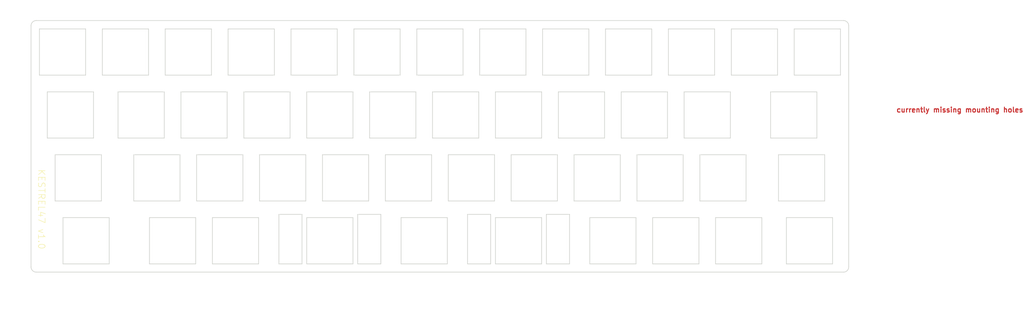
<source format=kicad_pcb>
(kicad_pcb (version 20211014) (generator pcbnew)

  (general
    (thickness 1.6)
  )

  (paper "A4")
  (layers
    (0 "F.Cu" signal)
    (31 "B.Cu" signal)
    (32 "B.Adhes" user "B.Adhesive")
    (33 "F.Adhes" user "F.Adhesive")
    (34 "B.Paste" user)
    (35 "F.Paste" user)
    (36 "B.SilkS" user "B.Silkscreen")
    (37 "F.SilkS" user "F.Silkscreen")
    (38 "B.Mask" user)
    (39 "F.Mask" user)
    (40 "Dwgs.User" user "User.Drawings")
    (41 "Cmts.User" user "User.Comments")
    (42 "Eco1.User" user "User.Eco1")
    (43 "Eco2.User" user "User.Eco2")
    (44 "Edge.Cuts" user)
    (45 "Margin" user)
    (46 "B.CrtYd" user "B.Courtyard")
    (47 "F.CrtYd" user "F.Courtyard")
    (48 "B.Fab" user)
    (49 "F.Fab" user)
    (50 "User.1" user)
    (51 "User.2" user)
    (52 "User.3" user)
    (53 "User.4" user)
    (54 "User.5" user)
    (55 "User.6" user)
    (56 "User.7" user)
    (57 "User.8" user)
    (58 "User.9" user)
  )

  (setup
    (pad_to_mask_clearance 0)
    (pcbplotparams
      (layerselection 0x00010fc_ffffffff)
      (disableapertmacros false)
      (usegerberextensions false)
      (usegerberattributes true)
      (usegerberadvancedattributes true)
      (creategerberjobfile true)
      (svguseinch false)
      (svgprecision 6)
      (excludeedgelayer true)
      (plotframeref false)
      (viasonmask false)
      (mode 1)
      (useauxorigin false)
      (hpglpennumber 1)
      (hpglpenspeed 20)
      (hpglpendiameter 15.000000)
      (dxfpolygonmode true)
      (dxfimperialunits true)
      (dxfusepcbnewfont true)
      (psnegative false)
      (psa4output false)
      (plotreference true)
      (plotvalue true)
      (plotinvisibletext false)
      (sketchpadsonfab false)
      (subtractmaskfromsilk false)
      (outputformat 1)
      (mirror false)
      (drillshape 1)
      (scaleselection 1)
      (outputdirectory "")
    )
  )

  (net 0 "")
  (net 1 "GND")

  (gr_line (start 170.5275 75.565) (end 156.5275 75.565) (layer "Edge.Cuts") (width 0.2) (tstamp 012b29ff-5cd7-4b68-b615-98419dc71ecd))
  (gr_line (start 142.24 56.515) (end 142.24 70.515) (layer "Edge.Cuts") (width 0.2) (tstamp 050901e8-3dbc-4c9d-aaa5-c7b6374045e3))
  (gr_line (start 244.63375 89.565) (end 258.63375 89.565) (layer "Edge.Cuts") (width 0.2) (tstamp 05b407c3-e2b5-4bd9-9abf-f32d6b5b5a37))
  (gr_line (start 171.9655 74.565) (end 171.9655 89.565) (layer "Edge.Cuts") (width 0.2) (tstamp 075adaeb-5025-43d7-9193-e6b82737fcd7))
  (gr_line (start 104.14 56.515) (end 104.14 70.515) (layer "Edge.Cuts") (width 0.2) (tstamp 0832fdbd-ebdf-4780-a812-75acae62b863))
  (gr_line (start 185.1025 89.565) (end 199.1025 89.565) (layer "Edge.Cuts") (width 0.2) (tstamp 090e9955-67ed-4e05-98f4-2e2c8d8b562a))
  (gr_line (start 42.2275 51.465) (end 56.2275 51.465) (layer "Edge.Cuts") (width 0.2) (tstamp 0aa9af47-290f-47bb-80e9-d7621fb06c7f))
  (gr_line (start 94.615 18.415) (end 94.615 32.415) (layer "Edge.Cuts") (width 0.2) (tstamp 0aba4e0d-9b13-4819-b384-0a0be6342042))
  (gr_line (start 184.815 32.415) (end 184.815 18.415) (layer "Edge.Cuts") (width 0.2) (tstamp 0b0f3d4d-b38a-44d5-a7ef-89de3d4b9de4))
  (gr_line (start 244.63375 75.565) (end 244.63375 89.565) (layer "Edge.Cuts") (width 0.2) (tstamp 0b850d8d-36cf-43b6-aa7e-3f7c0e047229))
  (gr_line (start 56.515 18.415) (end 56.515 32.415) (layer "Edge.Cuts") (width 0.2) (tstamp 0bc4f238-7366-4244-a48f-27a37fb774d7))
  (gr_line (start 51.465 18.415) (end 37.465 18.415) (layer "Edge.Cuts") (width 0.2) (tstamp 0c47038e-0ca6-4525-94bc-a807aca821d9))
  (gr_line (start 189.865 18.415) (end 189.865 32.415) (layer "Edge.Cuts") (width 0.2) (tstamp 0d10d486-7ba9-4724-a144-65a55541b3ad))
  (gr_line (start 258.63375 89.565) (end 258.63375 75.565) (layer "Edge.Cuts") (width 0.2) (tstamp 0e956d59-9b11-4613-bce3-783fb8f3ba45))
  (gr_line (start 66.04 56.515) (end 66.04 70.515) (layer "Edge.Cuts") (width 0.2) (tstamp 120fe73d-c31b-4c0c-9cd2-65112d019a3d))
  (gr_line (start 203.865 32.415) (end 203.865 18.415) (layer "Edge.Cuts") (width 0.2) (tstamp 12c327f2-bf51-4342-b708-d8318dfd8f01))
  (gr_line (start 218.44 56.515) (end 218.44 70.515) (layer "Edge.Cuts") (width 0.2) (tstamp 13f7ffd2-6021-4c45-8358-a25d46010e82))
  (gr_line (start 56.2275 51.465) (end 56.2275 37.465) (layer "Edge.Cuts") (width 0.2) (tstamp 144d874b-bd10-4645-8989-0d178006938f))
  (gr_line (start 85.09 70.515) (end 99.09 70.515) (layer "Edge.Cuts") (width 0.2) (tstamp 14d4828d-41bd-4a2a-b358-b8fa09759b42))
  (gr_line (start 32.415 18.415) (end 18.415 18.415) (layer "Edge.Cuts") (width 0.2) (tstamp 14ebdc5e-deeb-4119-99d4-722a9297e96e))
  (gr_line (start 60.99 70.515) (end 60.99 56.515) (layer "Edge.Cuts") (width 0.2) (tstamp 1521a5e0-d170-4545-89ab-5a31407f7da5))
  (gr_line (start 247.015 32.415) (end 261.015 32.415) (layer "Edge.Cuts") (width 0.2) (tstamp 16def771-e95c-4a17-ba47-a6b5132c9321))
  (gr_line (start 253.87125 51.465) (end 253.87125 37.465) (layer "Edge.Cuts") (width 0.2) (tstamp 192f1685-21b2-49bb-a0b8-9d9863f1a333))
  (gr_line (start 180.34 56.515) (end 180.34 70.515) (layer "Edge.Cuts") (width 0.2) (tstamp 19e78c2c-4434-4610-89d6-3c0d3d338958))
  (gr_line (start 118.14 70.515) (end 118.14 56.515) (layer "Edge.Cuts") (width 0.2) (tstamp 1bf414b8-b317-4339-ba97-c2b24432ccf6))
  (gr_arc (start 261.9375 15.875) (mid 263.060032 16.339968) (end 263.525 17.4625) (layer "Edge.Cuts") (width 0.2) (tstamp 20e841ac-27b1-4591-a05d-c6c3854d2829))
  (gr_line (start 123.19 56.515) (end 123.19 70.515) (layer "Edge.Cuts") (width 0.2) (tstamp 213de8b9-9007-489f-aa8c-dde4b0677a75))
  (gr_line (start 114.8155 74.565) (end 114.8155 89.565) (layer "Edge.Cuts") (width 0.2) (tstamp 21727d2b-363d-4735-958e-5c6994bbd778))
  (gr_line (start 170.5275 37.465) (end 156.5275 37.465) (layer "Edge.Cuts") (width 0.2) (tstamp 237d0669-271e-4326-b816-27731c1560f6))
  (gr_line (start 61.2775 51.465) (end 75.2775 51.465) (layer "Edge.Cuts") (width 0.2) (tstamp 257343bf-61a6-4d64-aead-8712239d495a))
  (gr_line (start 37.465 32.415) (end 51.465 32.415) (layer "Edge.Cuts") (width 0.2) (tstamp 28f278f8-798c-49b4-895a-b19c021a6260))
  (gr_line (start 84.8025 75.565) (end 70.8025 75.565) (layer "Edge.Cuts") (width 0.2) (tstamp 2d1a3e10-a501-4529-a6e2-29b31b5cb1a0))
  (gr_line (start 46.99 70.515) (end 60.99 70.515) (layer "Edge.Cuts") (width 0.2) (tstamp 2ead5670-fa9a-4959-96cf-a18fa11d7e5d))
  (gr_line (start 20.79625 37.465) (end 20.79625 51.465) (layer "Edge.Cuts") (width 0.2) (tstamp 2f156c63-b408-42e0-81df-89cd28c17845))
  (gr_line (start 156.5275 37.465) (end 156.5275 51.465) (layer "Edge.Cuts") (width 0.2) (tstamp 310eb809-b424-4cc2-8a66-ab56ffb3869a))
  (gr_line (start 113.3775 37.465) (end 99.3775 37.465) (layer "Edge.Cuts") (width 0.2) (tstamp 3353fe9f-aca5-42c9-ab74-d7cf96e9a983))
  (gr_line (start 194.6275 51.465) (end 208.6275 51.465) (layer "Edge.Cuts") (width 0.2) (tstamp 340dce18-9e21-4e22-9077-c83f303fb721))
  (gr_line (start 223.2025 75.565) (end 223.2025 89.565) (layer "Edge.Cuts") (width 0.2) (tstamp 344d0cad-ace6-4600-8845-43c36f9ab1ee))
  (gr_line (start 37.1775 56.515) (end 23.1775 56.515) (layer "Edge.Cuts") (width 0.2) (tstamp 38f5a1bc-dda2-4ace-be8f-3cd0d40e7c31))
  (gr_line (start 80.04 56.515) (end 66.04 56.515) (layer "Edge.Cuts") (width 0.2) (tstamp 3c856150-62b7-4334-ac5e-f9159faf2858))
  (gr_line (start 199.39 56.515) (end 199.39 70.515) (layer "Edge.Cuts") (width 0.2) (tstamp 3f171012-c81a-409c-840c-4232fbae7194))
  (gr_line (start 34.79625 51.465) (end 34.79625 37.465) (layer "Edge.Cuts") (width 0.2) (tstamp 40bc5322-b6d7-41ab-9da6-2340484ba95a))
  (gr_line (start 60.99 56.515) (end 46.99 56.515) (layer "Edge.Cuts") (width 0.2) (tstamp 454c1784-9a87-49a7-93b3-4df5c9836caf))
  (gr_line (start 23.1775 70.515) (end 37.1775 70.515) (layer "Edge.Cuts") (width 0.2) (tstamp 463b3dd7-3e72-4a98-8d7e-7f6f67247f90))
  (gr_line (start 148.0895 74.565) (end 148.0895 89.565) (layer "Edge.Cuts") (width 0.2) (tstamp 47b38d35-863e-4bd9-bc77-5d23705d22f0))
  (gr_line (start 132.715 18.415) (end 132.715 32.415) (layer "Edge.Cuts") (width 0.2) (tstamp 480cd032-a79a-4b21-90d3-ed53c2439056))
  (gr_line (start 146.715 18.415) (end 132.715 18.415) (layer "Edge.Cuts") (width 0.2) (tstamp 487a3930-e494-4167-ac62-12d8200763de))
  (gr_line (start 227.6775 51.465) (end 227.6775 37.465) (layer "Edge.Cuts") (width 0.2) (tstamp 49aac5c3-760a-47b1-aa3b-a10b127cc887))
  (gr_line (start 218.44 70.515) (end 232.44 70.515) (layer "Edge.Cuts") (width 0.2) (tstamp 4c514dc1-cb3b-47af-9adf-ab6963ea34eb))
  (gr_line (start 97.9395 74.565) (end 90.9395 74.565) (layer "Edge.Cuts") (width 0.2) (tstamp 4d15b0b6-17b5-4c85-a01d-68a10298b437))
  (gr_line (start 161.29 56.515) (end 161.29 70.515) (layer "Edge.Cuts") (width 0.2) (tstamp 4da78659-b43b-4249-a0f0-91f52732c90c))
  (gr_line (start 156.24 70.515) (end 156.24 56.515) (layer "Edge.Cuts") (width 0.2) (tstamp 4e1fa183-d617-455b-9409-516d5b94a06b))
  (gr_line (start 75.2775 37.465) (end 61.2775 37.465) (layer "Edge.Cuts") (width 0.2) (tstamp 502a9efe-0eed-4e2f-b1db-6af188832b40))
  (gr_line (start 99.3775 75.565) (end 99.3775 89.565) (layer "Edge.Cuts") (width 0.2) (tstamp 506c74bc-da9e-4672-bad0-e84500ca579f))
  (gr_line (start 199.1025 89.565) (end 199.1025 75.565) (layer "Edge.Cuts") (width 0.2) (tstamp 50ff1ca6-ecc4-4902-9c8c-2da3a648cf75))
  (gr_line (start 113.3775 89.565) (end 113.3775 75.565) (layer "Edge.Cuts") (width 0.2) (tstamp 53ae6064-0e91-4e14-ad9c-cc0b88fe7f03))
  (gr_line (start 222.915 18.415) (end 208.915 18.415) (layer "Edge.Cuts") (width 0.2) (tstamp 54ee14a7-7ca1-4ecd-bec8-e1bbf6bd242a))
  (gr_line (start 165.765 32.415) (end 165.765 18.415) (layer "Edge.Cuts") (width 0.2) (tstamp 55aed8da-bd1e-45bc-b699-0d283f333ccc))
  (gr_line (start 208.6275 51.465) (end 208.6275 37.465) (layer "Edge.Cuts") (width 0.2) (tstamp 57dd8049-3e7e-4fe3-b96e-c7b1e0315585))
  (gr_line (start 51.7525 75.565) (end 51.7525 89.565) (layer "Edge.Cuts") (width 0.2) (tstamp 5917b2b6-696a-43f8-b3bd-06f9575ef5ff))
  (gr_line (start 118.4275 51.465) (end 132.4275 51.465) (layer "Edge.Cuts") (width 0.2) (tstamp 5a400423-27d9-4906-82fe-d26321990571))
  (gr_line (start 165.765 18.415) (end 151.765 18.415) (layer "Edge.Cuts") (width 0.2) (tstamp 5c6c394c-540e-4c4b-8966-3846189363c5))
  (gr_line (start 194.6275 37.465) (end 194.6275 51.465) (layer "Edge.Cuts") (width 0.2) (tstamp 5d2fca25-0de4-4c93-99ee-1fdb52a64032))
  (gr_line (start 132.4275 51.465) (end 132.4275 37.465) (layer "Edge.Cuts") (width 0.2) (tstamp 5dbbebd3-bd48-4aad-bbb4-a4d77991017a))
  (gr_line (start 121.8155 74.565) (end 114.8155 74.565) (layer "Edge.Cuts") (width 0.2) (tstamp 60dbd735-a341-451c-a225-299244a9e86e))
  (gr_line (start 199.1025 75.565) (end 185.1025 75.565) (layer "Edge.Cuts") (width 0.2) (tstamp 610f88b7-9812-42ae-871a-6ebac00ccedd))
  (gr_line (start 20.79625 51.465) (end 34.79625 51.465) (layer "Edge.Cuts") (width 0.2) (tstamp 622ee6b8-32fb-4b96-98ee-67cdf725a17b))
  (gr_line (start 171.9655 89.565) (end 178.9655 89.565) (layer "Edge.Cuts") (width 0.2) (tstamp 627f64df-68af-4dd6-91ab-6a577ca17167))
  (gr_line (start 170.815 32.415) (end 184.815 32.415) (layer "Edge.Cuts") (width 0.2) (tstamp 6390f998-c16e-4801-8353-2ec4ee7f8981))
  (gr_line (start 213.39 70.515) (end 213.39 56.515) (layer "Edge.Cuts") (width 0.2) (tstamp 639382cb-71d7-4cb4-b60a-70a8b9fa9b86))
  (gr_line (start 237.2025 75.565) (end 223.2025 75.565) (layer "Edge.Cuts") (width 0.2) (tstamp 64ada233-d7e2-4502-a91b-c4e2477a94e0))
  (gr_line (start 237.2025 89.565) (end 237.2025 75.565) (layer "Edge.Cuts") (width 0.2) (tstamp 65a551e8-cb5d-49cc-81bd-30e38ebd9ca9))
  (gr_line (start 127.665 32.415) (end 127.665 18.415) (layer "Edge.Cuts") (width 0.2) (tstamp 6b726eb8-ea73-479b-b319-234310189e95))
  (gr_line (start 180.34 70.515) (end 194.34 70.515) (layer "Edge.Cuts") (width 0.2) (tstamp 6c812168-0e53-4c41-b747-9b236d4f601f))
  (gr_line (start 146.715 32.415) (end 146.715 18.415) (layer "Edge.Cuts") (width 0.2) (tstamp 6c997f68-7f67-4d65-96e6-a297098b8bb5))
  (gr_line (start 127.665 18.415) (end 113.665 18.415) (layer "Edge.Cuts") (width 0.2) (tstamp 6ccc75c5-6800-428d-a2e8-1e4a4b5b8532))
  (gr_arc (start 17.4625 92.075) (mid 16.339968 91.610032) (end 15.875 90.4875) (layer "Edge.Cuts") (width 0.2) (tstamp 6d0d5f55-df42-4821-8c9c-452516af0815))
  (gr_line (start 137.19 70.515) (end 137.19 56.515) (layer "Edge.Cuts") (width 0.2) (tstamp 6dcaa57a-e49e-4873-b4fb-c419a4b84ca7))
  (gr_line (start 113.3775 75.565) (end 99.3775 75.565) (layer "Edge.Cuts") (width 0.2) (tstamp 700941a8-890c-459a-b1f6-f528635c5ee7))
  (gr_line (start 99.09 56.515) (end 85.09 56.515) (layer "Edge.Cuts") (width 0.2) (tstamp 710f5c57-98f1-40e7-bf17-337446ddd66a))
  (gr_line (start 23.1775 56.515) (end 23.1775 70.515) (layer "Edge.Cuts") (width 0.2) (tstamp 7140f3ad-f464-4d46-99ca-f3ba4580b03a))
  (gr_line (start 15.875 90.4875) (end 15.875 17.4625) (layer "Edge.Cuts") (width 0.2) (tstamp 714349f3-1f65-416d-880e-23f77379e6d5))
  (gr_line (start 114.8155 89.565) (end 121.8155 89.565) (layer "Edge.Cuts") (width 0.2) (tstamp 73632da5-0ec4-4c3d-aa62-3c6bd66e56ff))
  (gr_line (start 175.29 56.515) (end 161.29 56.515) (layer "Edge.Cuts") (width 0.2) (tstamp 758eb898-d547-4704-be91-603422634742))
  (gr_line (start 142.24 70.515) (end 156.24 70.515) (layer "Edge.Cuts") (width 0.2) (tstamp 76e9452f-99dc-435e-984e-db4d2c06ef33))
  (gr_line (start 178.9655 74.565) (end 171.9655 74.565) (layer "Edge.Cuts") (width 0.2) (tstamp 777360fc-1cb7-4d0c-b6bc-4b13c4410027))
  (gr_line (start 239.87125 51.465) (end 253.87125 51.465) (layer "Edge.Cuts") (width 0.2) (tstamp 783ba66f-7364-4a72-b544-92de7ee08b52))
  (gr_line (start 148.0895 89.565) (end 155.0895 89.565) (layer "Edge.Cuts") (width 0.2) (tstamp 78faca4e-59be-4426-8397-69004fe2967a))
  (gr_line (start 99.3775 89.565) (end 113.3775 89.565) (layer "Edge.Cuts") (width 0.2) (tstamp 7b3de2c4-1ddc-4f2b-9b56-da232ec769c0))
  (gr_line (start 137.4775 51.465) (end 151.4775 51.465) (layer "Edge.Cuts") (width 0.2) (tstamp 7cc059fe-1fb1-43e6-bc33-957ab2ed541c))
  (gr_line (start 213.39 56.515) (end 199.39 56.515) (layer "Edge.Cuts") (width 0.2) (tstamp 7cc64584-bc1f-4824-a082-1de2dc0de30e))
  (gr_line (start 261.015 32.415) (end 261.015 18.415) (layer "Edge.Cuts") (width 0.2) (tstamp 7dc37a63-4578-4147-ade8-85ba6d26de99))
  (gr_line (start 242.2525 56.515) (end 242.2525 70.515) (layer "Edge.Cuts") (width 0.2) (tstamp 7de069df-71df-4b8a-9ab4-6a65c1aba259))
  (gr_line (start 208.915 18.415) (end 208.915 32.415) (layer "Edge.Cuts") (width 0.2) (tstamp 7e1d2717-d3c1-4d07-8328-3d4c8bb3f148))
  (gr_line (start 175.29 70.515) (end 175.29 56.515) (layer "Edge.Cuts") (width 0.2) (tstamp 7ec637ca-02da-4c7e-aca8-fd0ef8942297))
  (gr_line (start 118.14 56.515) (end 104.14 56.515) (layer "Edge.Cuts") (width 0.2) (tstamp 7ed4666b-29a7-4d4c-9776-7ecf884e3fe9))
  (gr_line (start 203.865 18.415) (end 189.865 18.415) (layer "Edge.Cuts") (width 0.2) (tstamp 7f8389e1-aa35-4884-995a-ce83aa2ced24))
  (gr_line (start 127.9525 89.565) (end 141.9525 89.565) (layer "Edge.Cuts") (width 0.2) (tstamp 80aa6700-9be5-4b24-8ec9-ef5951141652))
  (gr_line (start 208.6275 37.465) (end 194.6275 37.465) (layer "Edge.Cuts") (width 0.2) (tstamp 80fda33f-ce29-4dd4-aaa3-38d136c21e5a))
  (gr_line (start 70.515 18.415) (end 56.515 18.415) (layer "Edge.Cuts") (width 0.2) (tstamp 81d17d23-6848-4c70-9872-77064e68dafe))
  (gr_line (start 42.2275 37.465) (end 42.2275 51.465) (layer "Edge.Cuts") (width 0.2) (tstamp 81d2aa6a-ed5a-4f5e-9c6d-031c1604c76a))
  (gr_line (start 151.765 18.415) (end 151.765 32.415) (layer "Edge.Cuts") (width 0.2) (tstamp 8459066a-24a5-4d6e-b2b9-05893a704654))
  (gr_line (start 118.4275 37.465) (end 118.4275 51.465) (layer "Edge.Cuts") (width 0.2) (tstamp 848180ed-84ea-483d-aae3-6698f592d522))
  (gr_line (start 56.2275 37.465) (end 42.2275 37.465) (layer "Edge.Cuts") (width 0.2) (tstamp 85fceba9-0997-40c8-839c-29a14d31580a))
  (gr_line (start 170.815 18.415) (end 170.815 32.415) (layer "Edge.Cuts") (width 0.2) (tstamp 864a56a3-0c9f-4263-baba-9f3f897aee15))
  (gr_line (start 85.09 56.515) (end 85.09 70.515) (layer "Edge.Cuts") (width 0.2) (tstamp 86fd6f43-4975-462c-b12f-2eb3315d0986))
  (gr_line (start 151.4775 51.465) (end 151.4775 37.465) (layer "Edge.Cuts") (width 0.2) (tstamp 8792b112-6714-40a6-95a3-4cdc42e31887))
  (gr_line (start 141.9525 75.565) (end 127.9525 75.565) (layer "Edge.Cuts") (width 0.2) (tstamp 89e10651-2b0a-4d5d-9c80-8e5f50204fb4))
  (gr_line (start 141.9525 89.565) (end 141.9525 75.565) (layer "Edge.Cuts") (width 0.2) (tstamp 89e4ace3-3ed7-4509-8a29-9e0a5d1b9af3))
  (gr_line (start 37.1775 70.515) (end 37.1775 56.515) (layer "Edge.Cuts") (width 0.2) (tstamp 8aa17117-f89f-45c9-b314-d7db8b0598af))
  (gr_line (start 253.87125 37.465) (end 239.87125 37.465) (layer "Edge.Cuts") (width 0.2) (tstamp 8ab87f1e-e7f9-4c7d-ad5e-c0a803ac6ea3))
  (gr_line (start 247.015 18.415) (end 247.015 32.415) (layer "Edge.Cuts") (width 0.2) (tstamp 8c0fb7cd-46d5-455a-a6c3-0ac7d506c6b0))
  (gr_line (start 137.19 56.515) (end 123.19 56.515) (layer "Edge.Cuts") (width 0.2) (tstamp 8df1bfdd-4be2-4522-b485-c30d0697faa2))
  (gr_line (start 184.815 18.415) (end 170.815 18.415) (layer "Edge.Cuts") (width 0.2) (tstamp 906ba29d-9001-4622-9d44-916ad4ed537a))
  (gr_line (start 218.1525 89.565) (end 218.1525 75.565) (layer "Edge.Cuts") (width 0.2) (tstamp 91efe0e1-3f80-4120-aaa2-e7ade8cddc62))
  (gr_line (start 90.9395 74.565) (end 90.9395 89.565) (layer "Edge.Cuts") (width 0.2) (tstamp 929028f2-0d1d-4487-bffa-45621237c6a8))
  (gr_line (start 213.6775 51.465) (end 227.6775 51.465) (layer "Edge.Cuts") (width 0.2) (tstamp 92a19ce5-8dba-4b3d-b4d4-e2fbf1443b11))
  (gr_line (start 261.015 18.415) (end 247.015 18.415) (layer "Edge.Cuts") (width 0.2) (tstamp 94648ef4-f129-47b1-bef2-12430299d109))
  (gr_line (start 84.8025 89.565) (end 84.8025 75.565) (layer "Edge.Cuts") (width 0.2) (tstamp 94bcf8ff-e4d0-4e2c-91d3-37e39559d052))
  (gr_line (start 99.3775 37.465) (end 99.3775 51.465) (layer "Edge.Cuts") (width 0.2) (tstamp 94d804e8-a341-49f2-9f1d-6d54151a9258))
  (gr_line (start 94.3275 37.465) (end 80.3275 37.465) (layer "Edge.Cuts") (width 0.2) (tstamp 9824dbd3-5563-4ee4-9703-74c8c56e8696))
  (gr_line (start 94.615 32.415) (end 108.615 32.415) (layer "Edge.Cuts") (width 0.2) (tstamp 98270684-e2f2-47ea-aa3e-71ef982b1830))
  (gr_line (start 189.5775 37.465) (end 175.5775 37.465) (layer "Edge.Cuts") (width 0.2) (tstamp 98af5d54-aad2-4c5d-ba35-65232382ceac))
  (gr_line (start 127.9525 75.565) (end 127.9525 89.565) (layer "Edge.Cuts") (width 0.2) (tstamp 9aaf09e2-6021-4cc3-a500-95101ce7b994))
  (gr_line (start 108.615 18.415) (end 94.615 18.415) (layer "Edge.Cuts") (width 0.2) (tstamp 9ad07ece-d1e9-4690-b7b8-b6b1b952372d))
  (gr_line (start 80.3275 51.465) (end 94.3275 51.465) (layer "Edge.Cuts") (width 0.2) (tstamp 9f4808be-9509-4279-a76c-c660f3e7db99))
  (gr_line (start 170.5275 89.565) (end 170.5275 75.565) (layer "Edge.Cuts") (width 0.2) (tstamp a0d4b0a1-786c-4408-bbce-e2486f7e3d92))
  (gr_line (start 161.29 70.515) (end 175.29 70.515) (layer "Edge.Cuts") (width 0.2) (tstamp a1aa071e-4ad5-4fec-833a-064b4b81ef08))
  (gr_line (start 25.55875 89.565) (end 39.55875 89.565) (layer "Edge.Cuts") (width 0.2) (tstamp a241f36a-f217-4cbe-a801-4d5a14adfa2b))
  (gr_line (start 232.44 70.515) (end 232.44 56.515) (layer "Edge.Cuts") (width 0.2) (tstamp a4e17f8a-909d-4e7f-a1f0-6c3d3011e9b1))
  (gr_line (start 99.09 70.515) (end 99.09 56.515) (layer "Edge.Cuts") (width 0.2) (tstamp a7313448-d1e1-4f6e-94dd-9ed300d96ccd))
  (gr_line (start 108.615 32.415) (end 108.615 18.415) (layer "Edge.Cuts") (width 0.2) (tstamp a739f4f7-1dae-4279-8a8d-bed4131b183b))
  (gr_line (start 51.465 32.415) (end 51.465 18.415) (layer "Edge.Cuts") (width 0.2) (tstamp a7827503-21a5-4cf1-8a39-8677688a8f31))
  (gr_line (start 94.3275 51.465) (end 94.3275 37.465) (layer "Edge.Cuts") (width 0.2) (tstamp a7c1f737-b6e2-4fa7-8c0e-cef562598ce8))
  (gr_line (start 80.3275 37.465) (end 80.3275 51.465) (layer "Edge.Cuts") (width 0.2) (tstamp a88b131c-945c-47a2-91b6-40bb93a7b10a))
  (gr_line (start 194.34 56.515) (end 180.34 56.515) (layer "Edge.Cuts") (width 0.2) (tstamp a972c40d-1ccb-41fe-b517-9678153b3f8b))
  (gr_arc (start 15.875 17.4625) (mid 16.339968 16.339968) (end 17.4625 15.875) (layer "Edge.Cuts") (width 0.2) (tstamp aab835e2-f9e3-4911-ae8f-93b58b8e92c0))
  (gr_line (start 232.44 56.515) (end 218.44 56.515) (layer "Edge.Cuts") (width 0.2) (tstamp ab84b616-438c-42d2-82f7-67dc80963615))
  (gr_line (start 227.965 32.415) (end 241.965 32.415) (layer "Edge.Cuts") (width 0.2) (tstamp ad43853f-671f-4195-9c33-826da2e8da09))
  (gr_line (start 18.415 18.415) (end 18.415 32.415) (layer "Edge.Cuts") (width 0.2) (tstamp ad59466f-f75f-4a52-8337-5218d898c070))
  (gr_line (start 51.7525 89.565) (end 65.7525 89.565) (layer "Edge.Cuts") (width 0.2) (tstamp ad87eb4f-3e81-40cf-8629-38228e10dc0b))
  (gr_line (start 113.665 18.415) (end 113.665 32.415) (layer "Edge.Cuts") (width 0.2) (tstamp ae68d2dd-0b95-4769-91c2-8e918d2f4013))
  (gr_line (start 155.0895 89.565) (end 155.0895 74.565) (layer "Edge.Cuts") (width 0.2) (tstamp aec5362f-ca00-4128-95ce-c197f14fcf42))
  (gr_line (start 175.5775 37.465) (end 175.5775 51.465) (layer "Edge.Cuts") (width 0.2) (tstamp b09b5fe7-6c63-4bfc-b192-4720adb5b4ce))
  (gr_line (start 113.665 32.415) (end 127.665 32.415) (layer "Edge.Cuts") (width 0.2) (tstamp b216aa2a-11d2-423d-a335-c2bb87391bee))
  (gr_line (start 104.14 70.515) (end 118.14 70.515) (layer "Edge.Cuts") (width 0.2) (tstamp b62780de-af31-411b-8940-b20d6b5eba63))
  (gr_line (start 151.765 32.415) (end 165.765 32.415) (layer "Edge.Cuts") (width 0.2) (tstamp b73e93cc-b306-413c-86fe-6f5a6889ece0))
  (gr_line (start 61.2775 37.465) (end 61.2775 51.465) (layer "Edge.Cuts") (width 0.2) (tstamp b8323745-2220-48bb-803d-9d70618bccac))
  (gr_line (start 132.715 32.415) (end 146.715 32.415) (layer "Edge.Cuts") (width 0.2) (tstamp b841492f-cb10-4f89-97dc-85ba1ad73d64))
  (gr_line (start 213.6775 37.465) (end 213.6775 51.465) (layer "Edge.Cuts") (width 0.2) (tstamp ba98d2e6-3b6c-452e-91be-5bf7d54019e7))
  (gr_line (start 90.9395 89.565) (end 97.9395 89.565) (layer "Edge.Cuts") (width 0.2) (tstamp bb93a17e-8390-4bad-a214-6ff4c76ec12a))
  (gr_line (start 89.565 32.415) (end 89.565 18.415) (layer "Edge.Cuts") (width 0.2) (tstamp bbdf2940-36e1-4328-a580-8392b2ee697a))
  (gr_line (start 113.3775 51.465) (end 113.3775 37.465) (layer "Edge.Cuts") (width 0.2) (tstamp bf7b7c38-ffe5-48f4-96d0-327a910a7142))
  (gr_line (start 32.415 32.415) (end 32.415 18.415) (layer "Edge.Cuts") (width 0.2) (tstamp bfc2c7f7-a08b-489a-aec4-6afaa2ca3528))
  (gr_line (start 37.465 18.415) (end 37.465 32.415) (layer "Edge.Cuts") (width 0.2) (tstamp c1265f0c-7d2a-4e5a-81aa-cbc9c3d2f19f))
  (gr_line (start 199.39 70.515) (end 213.39 70.515) (layer "Edge.Cuts") (width 0.2) (tstamp c198d8cf-13c2-4022-9f38-8b978f7c1b5c))
  (gr_line (start 80.04 70.515) (end 80.04 56.515) (layer "Edge.Cuts") (width 0.2) (tstamp c61ed69b-be0d-43d7-ba15-ce2b9531900c))
  (gr_line (start 25.55875 75.565) (end 25.55875 89.565) (layer "Edge.Cuts") (width 0.2) (tstamp c646101b-665e-4ec1-a694-7e9f7c42301a))
  (gr_line (start 65.7525 89.565) (end 65.7525 75.565) (layer "Edge.Cuts") (width 0.2) (tstamp c80e7fcb-dadc-4a51-8182-c5f12f976e0a))
  (gr_line (start 178.9655 89.565) (end 178.9655 74.565) (layer "Edge.Cuts") (width 0.2) (tstamp c827c2be-4493-4768-ac9a-b19889353147))
  (gr_line (start 75.565 32.415) (end 89.565 32.415) (layer "Edge.Cuts") (width 0.2) (tstamp c8a5ff4e-a3d7-44bb-a005-6ee28ddff3ed))
  (gr_line (start 156.5275 89.565) (end 170.5275 89.565) (layer "Edge.Cuts") (width 0.2) (tstamp c8dd48e3-409a-457e-a534-b2e8c9e93221))
  (gr_line (start 189.5775 51.465) (end 189.5775 37.465) (layer "Edge.Cuts") (width 0.2) (tstamp c9f95bfe-b9c4-4880-843f-4d61d910d589))
  (gr_line (start 39.55875 89.565) (end 39.55875 75.565) (layer "Edge.Cuts") (width 0.2) (tstamp cd99dd96-f596-4655-b366-535cc5165db3))
  (gr_line (start 70.8025 89.565) (end 84.8025 89.565) (layer "Edge.Cuts") (width 0.2) (tstamp cebe58a0-5302-4d20-b635-b7b6985001a2))
  (gr_line (start 70.8025 75.565) (end 70.8025 89.565) (layer "Edge.Cuts") (width 0.2) (tstamp cf294d33-8564-43ef-a352-e8183825b896))
  (gr_line (start 223.2025 89.565) (end 237.2025 89.565) (layer "Edge.Cuts") (width 0.2) (tstamp d2839c99-985e-4509-9d56-dc49e36ad3b1))
  (gr_line (start 189.865 32.415) (end 203.865 32.415) (layer "Edge.Cuts") (width 0.2) (tstamp d3f5bed2-ac74-4227-9ba2-8cf4c53c6bb7))
  (gr_line (start 34.79625 37.465) (end 20.79625 37.465) (layer "Edge.Cuts") (width 0.2) (tstamp d43912f5-7a9c-4520-ad99-614728064c37))
  (gr_line (start 151.4775 37.465) (end 137.4775 37.465) (layer "Edge.Cuts") (width 0.2) (tstamp d44a51a4-c8e3-4c64-87ea-282da7517dd0))
  (gr_line (start 194.34 70.515) (end 194.34 56.515) (layer "Edge.Cuts") (width 0.2) (tstamp d458a023-f864-4d46-8eb0-312f3cd9e102))
  (gr_arc (start 263.525 90.4875) (mid 263.060032 91.610032) (end 261.9375 92.075) (layer "Edge.Cuts") (width 0.2) (tstamp d4a7acfb-cb5f-4480-ae88-8e36f54420c8))
  (gr_line (start 227.965 18.415) (end 227.965 32.415) (layer "Edge.Cuts") (width 0.2) (tstamp d80d7c13-0d8e-4ce0-80ae-bfe449f97b4a))
  (gr_line (start 156.5275 75.565) (end 156.5275 89.565) (layer "Edge.Cuts") (width 0.2) (tstamp d817dd3b-a35d-48e8-8b3d-6c6669a61e22))
  (gr_line (start 204.1525 89.565) (end 218.1525 89.565) (layer "Edge.Cuts") (width 0.2) (tstamp d8a05b89-431b-4320-a8e5-e1b4b1062355))
  (gr_line (start 204.1525 75.565) (end 204.1525 89.565) (layer "Edge.Cuts") (width 0.2) (tstamp d8dc38cd-23dc-445b-b041-cc0c7047b077))
  (gr_line (start 66.04 70.515) (end 80.04 70.515) (layer "Edge.Cuts") (width 0.2) (tstamp d91e2154-7b8a-453b-a237-66912614fded))
  (gr_line (start 123.19 70.515) (end 137.19 70.515) (layer "Edge.Cuts") (width 0.2) (tstamp daa33917-ba83-4a7a-a761-6875a520258e))
  (gr_line (start 46.99 56.515) (end 46.99 70.515) (layer "Edge.Cuts") (width 0.2) (tstamp dbd5c8a2-2e88-44f4-bb06-a3791da45033))
  (gr_line (start 99.3775 51.465) (end 113.3775 51.465) (layer "Edge.Cuts") (width 0.2) (tstamp dd29cb91-8063-45b0-b54f-f9fcc2e49f81))
  (gr_line (start 170.5275 51.465) (end 170.5275 37.465) (layer "Edge.Cuts") (width 0.2) (tstamp ddbbd444-6697-4ceb-83a6-e14f5a7c314d))
  (gr_line (start 222.915 32.415) (end 222.915 18.415) (layer "Edge.Cuts") (width 0.2) (tstamp ddf5554c-54f0-4034-a317-b00aad71fff8))
  (gr_line (start 239.87125 37.465) (end 239.87125 51.465) (layer "Edge.Cuts") (width 0.2) (tstamp de4e2b36-df5c-4e99-9713-234b2f97e3d8))
  (gr_line (start 175.5775 51.465) (end 189.5775 51.465) (layer "Edge.Cuts") (width 0.2) (tstamp de5890e2-fa45-4f65-a49b-9fa7ba444c88))
  (gr_line (start 70.515 32.415) (end 70.515 18.415) (layer "Edge.Cuts") (width 0.2) (tstamp de6c0ab0-8039-41d2-b624-3b83fceb4e89))
  (gr_line (start 132.4275 37.465) (end 118.4275 37.465) (layer "Edge.Cuts") (width 0.2) (tstamp dfdd4e2e-b001-42e6-8398-c0b77ff56f58))
  (gr_line (start 56.515 32.415) (end 70.515 32.415) (layer "Edge.Cuts") (width 0.2) (tstamp e09a620e-bf9f-4323-a8d9-237aacd3f40d))
  (gr_line (start 242.2525 70.515) (end 256.2525 70.515) (layer "Edge.Cuts") (width 0.2) (tstamp e1b5015f-2c83-44a0-a8be-f829ca9e1856))
  (gr_line (start 156.5275 51.465) (end 170.5275 51.465) (layer "Edge.Cuts") (width 0.2) (tstamp e296fd33-e304-45ba-bc2b-309bcd5d4f2d))
  (gr_line (start 18.415 32.415) (end 32.415 32.415) (layer "Edge.Cuts") (width 0.2) (tstamp e2e135f4-aa9e-4958-9362-1957179b720c))
  (gr_line (start 241.965 18.415) (end 227.965 18.415) (layer "Edge.Cuts") (width 0.2) (tstamp e51a3823-ed8e-49df-b6d9-2feba824a9d1))
  (gr_line (start 218.1525 75.565) (end 204.1525 75.565) (layer "Edge.Cuts") (width 0.2) (tstamp e63f2309-47c3-493b-bf7f-de5dacb217ee))
  (gr_line (start 261.9375 92.075) (end 17.4625 92.075) (layer "Edge.Cuts") (width 0.2) (tstamp e7593199-b49f-467f-9135-b3760eb68c16))
  (gr_line (start 208.915 32.415) (end 222.915 32.415) (layer "Edge.Cuts") (width 0.2) (tstamp eb1a92ac-93df-4559-8afb-c6ee84db34ba))
  (gr_line (start 258.63375 75.565) (end 244.63375 75.565) (layer "Edge.Cuts") (width 0.2) (tstamp ebe5a98f-d637-4abe-acd1-23dcd211de63))
  (gr_line (start 39.55875 75.565) (end 25.55875 75.565) (layer "Edge.Cuts") (width 0.2) (tstamp ebe8887d-78da-4afb-ae3e-69bc0961ce92))
  (gr_line (start 65.7525 75.565) (end 51.7525 75.565) (layer "Edge.Cuts") (width 0.2) (tstamp ec06e744-24bf-44d0-bfde-103a042c0f7e))
  (gr_line (start 256.2525 70.515) (end 256.2525 56.515) (layer "Edge.Cuts") (width 0.2) (tstamp ec72c080-d7f0-4b34-a46f-f57e7bfad5ec))
  (gr_line (start 75.565 18.415) (end 75.565 32.415) (layer "Edge.Cuts") (width 0.2) (tstamp ee02bb55-182e-46f9-adc4-6185a49c4f5d))
  (gr_line (start 75.2775 51.465) (end 75.2775 37.465) (layer "Edge.Cuts") (width 0.2) (tstamp f0b72141-b7c6-4686-b8d9-63ae4b8afa42))
  (gr_line (start 263.525 17.4625) (end 263.525 90.4875) (layer "Edge.Cuts") (width 0.2) (tstamp f320eba7-867b-44d9-8e0b-adce024e5fcc))
  (gr_line (start 17.4625 15.875) (end 261.9375 15.875) (layer "Edge.Cuts") (width 0.2) (tstamp f50e6ab9-6d62-44dc-be74-4661d97a4f10))
  (gr_line (start 121.8155 89.565) (end 121.8155 74.565) (layer "Edge.Cuts") (width 0.2) (tstamp f577f317-6859-4be6-bc72-72a44be46d0b))
  (gr_line (start 137.4775 37.465) (end 137.4775 51.465) (layer "Edge.Cuts") (width 0.2) (tstamp f58d9c5b-eeb2-4a48-b096-e6a12c0253ff))
  (gr_line (start 185.1025 75.565) (end 185.1025 89.565) (layer "Edge.Cuts") (width 0.2) (tstamp f6be4ab0-9036-434a-ad7e-67c65def66fb))
  (gr_line (start 156.24 56.515) (end 142.24 56.515) (layer "Edge.Cuts") (width 0.2) (tstamp f73ebaec-3ec2-4e57-a624-d72107954c59))
  (gr_line (start 241.965 32.415) (end 241.965 18.415) (layer "Edge.Cuts") (width 0.2) (tstamp fadc9313-e736-4b35-bc1e-f12a4fbfb801))
  (gr_line (start 97.9395 89.565) (end 97.9395 74.565) (layer "Edge.Cuts") (width 0.2) (tstamp fbf854cb-4b86-4c17-a150-0489a3eec813))
  (gr_line (start 256.2525 56.515) (end 242.2525 56.515) (layer "Edge.Cuts") (width 0.2) (tstamp fc357f00-fb9a-4d45-8baf-964017ee96d4))
  (gr_line (start 89.565 18.415) (end 75.565 18.415) (layer "Edge.Cuts") (width 0.2) (tstamp fdab6559-84eb-4d5d-9c1e-f8fb82d9be4e))
  (gr_line (start 155.0895 74.565) (end 148.0895 74.565) (layer "Edge.Cuts") (width 0.2) (tstamp fe574f26-6ca6-40a8-9c7c-4fa0368fda71))
  (gr_line (start 227.6775 37.465) (end 213.6775 37.465) (layer "Edge.Cuts") (width 0.2) (tstamp fea731fd-20f8-4a67-846e-c093610e3029))
  (gr_text "currently missing mounting holes\n" (at 297.18 42.926) (layer "F.Cu") (tstamp ed61ecbb-96e3-4ac1-94d1-2596eb7f314d)
    (effects (font (size 1.5 1.5) (thickness 0.3)))
  )
  (gr_text "KESTREL47 v1.0" (at 19.05 73.025 270) (layer "F.SilkS") (tstamp bf2a0fee-d7d0-4afc-ac95-622b4cd241e7)
    (effects (font (size 2 2) (thickness 0.15)))
  )

  (zone (net 1) (net_name "GND") (layers F&B.Cu) (tstamp f54e3890-4401-47bc-9a99-c40b75257714) (hatch edge 0.508)
    (connect_pads (clearance 0))
    (min_thickness 0.254) (filled_areas_thickness no)
    (fill yes (thermal_gap 0.508) (thermal_bridge_width 0.508))
    (polygon
      (pts
        (xy 274.066 106.807)
        (xy 7.62 104.648)
        (xy 6.477 10.414)
        (xy 271.399 9.652)
      )
    )
  )
  (group "" (id f59d8cb1-f44b-400b-93db-2173fbccdc8e)
    (members
      012b29ff-5cd7-4b68-b615-98419dc71ecd
      050901e8-3dbc-4c9d-aaa5-c7b6374045e3
      05b407c3-e2b5-4bd9-9abf-f32d6b5b5a37
      075adaeb-5025-43d7-9193-e6b82737fcd7
      0832fdbd-ebdf-4780-a812-75acae62b863
      090e9955-67ed-4e05-98f4-2e2c8d8b562a
      0aa9af47-290f-47bb-80e9-d7621fb06c7f
      0aba4e0d-9b13-4819-b384-0a0be6342042
      0b0f3d4d-b38a-44d5-a7ef-89de3d4b9de4
      0b850d8d-36cf-43b6-aa7e-3f7c0e047229
      0bc4f238-7366-4244-a48f-27a37fb774d7
      0c47038e-0ca6-4525-94bc-a807aca821d9
      0d10d486-7ba9-4724-a144-65a55541b3ad
      0e956d59-9b11-4613-bce3-783fb8f3ba45
      120fe73d-c31b-4c0c-9cd2-65112d019a3d
      12c327f2-bf51-4342-b708-d8318dfd8f01
      13f7ffd2-6021-4c45-8358-a25d46010e82
      144d874b-bd10-4645-8989-0d178006938f
      14d4828d-41bd-4a2a-b358-b8fa09759b42
      14ebdc5e-deeb-4119-99d4-722a9297e96e
      1521a5e0-d170-4545-89ab-5a31407f7da5
      16def771-e95c-4a17-ba47-a6b5132c9321
      192f1685-21b2-49bb-a0b8-9d9863f1a333
      19e78c2c-4434-4610-89d6-3c0d3d338958
      1bf414b8-b317-4339-ba97-c2b24432ccf6
      213de8b9-9007-489f-aa8c-dde4b0677a75
      21727d2b-363d-4735-958e-5c6994bbd778
      237d0669-271e-4326-b816-27731c1560f6
      257343bf-61a6-4d64-aead-8712239d495a
      28f278f8-798c-49b4-895a-b19c021a6260
      2d1a3e10-a501-4529-a6e2-29b31b5cb1a0
      2ead5670-fa9a-4959-96cf-a18fa11d7e5d
      2f156c63-b408-42e0-81df-89cd28c17845
      310eb809-b424-4cc2-8a66-ab56ffb3869a
      3353fe9f-aca5-42c9-ab74-d7cf96e9a983
      340dce18-9e21-4e22-9077-c83f303fb721
      344d0cad-ace6-4600-8845-43c36f9ab1ee
      38f5a1bc-dda2-4ace-be8f-3cd0d40e7c31
      3c856150-62b7-4334-ac5e-f9159faf2858
      3f171012-c81a-409c-840c-4232fbae7194
      40bc5322-b6d7-41ab-9da6-2340484ba95a
      454c1784-9a87-49a7-93b3-4df5c9836caf
      463b3dd7-3e72-4a98-8d7e-7f6f67247f90
      47b38d35-863e-4bd9-bc77-5d23705d22f0
      480cd032-a79a-4b21-90d3-ed53c2439056
      487a3930-e494-4167-ac62-12d8200763de
      49aac5c3-760a-47b1-aa3b-a10b127cc887
      4c514dc1-cb3b-47af-9adf-ab6963ea34eb
      4d15b0b6-17b5-4c85-a01d-68a10298b437
      4da78659-b43b-4249-a0f0-91f52732c90c
      4e1fa183-d617-455b-9409-516d5b94a06b
      502a9efe-0eed-4e2f-b1db-6af188832b40
      506c74bc-da9e-4672-bad0-e84500ca579f
      50ff1ca6-ecc4-4902-9c8c-2da3a648cf75
      53ae6064-0e91-4e14-ad9c-cc0b88fe7f03
      54ee14a7-7ca1-4ecd-bec8-e1bbf6bd242a
      55aed8da-bd1e-45bc-b699-0d283f333ccc
      57dd8049-3e7e-4fe3-b96e-c7b1e0315585
      5917b2b6-696a-43f8-b3bd-06f9575ef5ff
      5a400423-27d9-4906-82fe-d26321990571
      5c6c394c-540e-4c4b-8966-3846189363c5
      5d2fca25-0de4-4c93-99ee-1fdb52a64032
      5dbbebd3-bd48-4aad-bbb4-a4d77991017a
      60dbd735-a341-451c-a225-299244a9e86e
      610f88b7-9812-42ae-871a-6ebac00ccedd
      622ee6b8-32fb-4b96-98ee-67cdf725a17b
      627f64df-68af-4dd6-91ab-6a577ca17167
      6390f998-c16e-4801-8353-2ec4ee7f8981
      639382cb-71d7-4cb4-b60a-70a8b9fa9b86
      64ada233-d7e2-4502-a91b-c4e2477a94e0
      65a551e8-cb5d-49cc-81bd-30e38ebd9ca9
      6b726eb8-ea73-479b-b319-234310189e95
      6c812168-0e53-4c41-b747-9b236d4f601f
      6c997f68-7f67-4d65-96e6-a297098b8bb5
      6ccc75c5-6800-428d-a2e8-1e4a4b5b8532
      6dcaa57a-e49e-4873-b4fb-c419a4b84ca7
      700941a8-890c-459a-b1f6-f528635c5ee7
      710f5c57-98f1-40e7-bf17-337446ddd66a
      7140f3ad-f464-4d46-99ca-f3ba4580b03a
      73632da5-0ec4-4c3d-aa62-3c6bd66e56ff
      758eb898-d547-4704-be91-603422634742
      76e9452f-99dc-435e-984e-db4d2c06ef33
      777360fc-1cb7-4d0c-b6bc-4b13c4410027
      783ba66f-7364-4a72-b544-92de7ee08b52
      78faca4e-59be-4426-8397-69004fe2967a
      7b3de2c4-1ddc-4f2b-9b56-da232ec769c0
      7cc059fe-1fb1-43e6-bc33-957ab2ed541c
      7cc64584-bc1f-4824-a082-1de2dc0de30e
      7dc37a63-4578-4147-ade8-85ba6d26de99
      7de069df-71df-4b8a-9ab4-6a65c1aba259
      7e1d2717-d3c1-4d07-8328-3d4c8bb3f148
      7ec637ca-02da-4c7e-aca8-fd0ef8942297
      7ed4666b-29a7-4d4c-9776-7ecf884e3fe9
      7f8389e1-aa35-4884-995a-ce83aa2ced24
      80aa6700-9be5-4b24-8ec9-ef5951141652
      80fda33f-ce29-4dd4-aaa3-38d136c21e5a
      81d17d23-6848-4c70-9872-77064e68dafe
      81d2aa6a-ed5a-4f5e-9c6d-031c1604c76a
      8459066a-24a5-4d6e-b2b9-05893a704654
      848180ed-84ea-483d-aae3-6698f592d522
      85fceba9-0997-40c8-839c-29a14d31580a
      864a56a3-0c9f-4263-baba-9f3f897aee15
      86fd6f43-4975-462c-b12f-2eb3315d0986
      8792b112-6714-40a6-95a3-4cdc42e31887
      89e10651-2b0a-4d5d-9c80-8e5f50204fb4
      89e4ace3-3ed7-4509-8a29-9e0a5d1b9af3
      8aa17117-f89f-45c9-b314-d7db8b0598af
      8ab87f1e-e7f9-4c7d-ad5e-c0a803ac6ea3
      8c0fb7cd-46d5-455a-a6c3-0ac7d506c6b0
      8df1bfdd-4be2-4522-b485-c30d0697faa2
      906ba29d-9001-4622-9d44-916ad4ed537a
      91efe0e1-3f80-4120-aaa2-e7ade8cddc62
      929028f2-0d1d-4487-bffa-45621237c6a8
      92a19ce5-8dba-4b3d-b4d4-e2fbf1443b11
      94648ef4-f129-47b1-bef2-12430299d109
      94bcf8ff-e4d0-4e2c-91d3-37e39559d052
      94d804e8-a341-49f2-9f1d-6d54151a9258
      9824dbd3-5563-4ee4-9703-74c8c56e8696
      98270684-e2f2-47ea-aa3e-71ef982b1830
      98af5d54-aad2-4c5d-ba35-65232382ceac
      9aaf09e2-6021-4cc3-a500-95101ce7b994
      9ad07ece-d1e9-4690-b7b8-b6b1b952372d
      9f4808be-9509-4279-a76c-c660f3e7db99
      a0d4b0a1-786c-4408-bbce-e2486f7e3d92
      a1aa071e-4ad5-4fec-833a-064b4b81ef08
      a241f36a-f217-4cbe-a801-4d5a14adfa2b
      a4e17f8a-909d-4e7f-a1f0-6c3d3011e9b1
      a7313448-d1e1-4f6e-94dd-9ed300d96ccd
      a739f4f7-1dae-4279-8a8d-bed4131b183b
      a7827503-21a5-4cf1-8a39-8677688a8f31
      a7c1f737-b6e2-4fa7-8c0e-cef562598ce8
      a88b131c-945c-47a2-91b6-40bb93a7b10a
      a972c40d-1ccb-41fe-b517-9678153b3f8b
      ab84b616-438c-42d2-82f7-67dc80963615
      ad43853f-671f-4195-9c33-826da2e8da09
      ad59466f-f75f-4a52-8337-5218d898c070
      ad87eb4f-3e81-40cf-8629-38228e10dc0b
      ae68d2dd-0b95-4769-91c2-8e918d2f4013
      aec5362f-ca00-4128-95ce-c197f14fcf42
      b09b5fe7-6c63-4bfc-b192-4720adb5b4ce
      b216aa2a-11d2-423d-a335-c2bb87391bee
      b62780de-af31-411b-8940-b20d6b5eba63
      b73e93cc-b306-413c-86fe-6f5a6889ece0
      b8323745-2220-48bb-803d-9d70618bccac
      b841492f-cb10-4f89-97dc-85ba1ad73d64
      ba98d2e6-3b6c-452e-91be-5bf7d54019e7
      bb93a17e-8390-4bad-a214-6ff4c76ec12a
      bbdf2940-36e1-4328-a580-8392b2ee697a
      bf7b7c38-ffe5-48f4-96d0-327a910a7142
      bfc2c7f7-a08b-489a-aec4-6afaa2ca3528
      c1265f0c-7d2a-4e5a-81aa-cbc9c3d2f19f
      c198d8cf-13c2-4022-9f38-8b978f7c1b5c
      c61ed69b-be0d-43d7-ba15-ce2b9531900c
      c646101b-665e-4ec1-a694-7e9f7c42301a
      c80e7fcb-dadc-4a51-8182-c5f12f976e0a
      c827c2be-4493-4768-ac9a-b19889353147
      c8a5ff4e-a3d7-44bb-a005-6ee28ddff3ed
      c8dd48e3-409a-457e-a534-b2e8c9e93221
      c9f95bfe-b9c4-4880-843f-4d61d910d589
      cd99dd96-f596-4655-b366-535cc5165db3
      cebe58a0-5302-4d20-b635-b7b6985001a2
      cf294d33-8564-43ef-a352-e8183825b896
      d2839c99-985e-4509-9d56-dc49e36ad3b1
      d3f5bed2-ac74-4227-9ba2-8cf4c53c6bb7
      d43912f5-7a9c-4520-ad99-614728064c37
      d44a51a4-c8e3-4c64-87ea-282da7517dd0
      d458a023-f864-4d46-8eb0-312f3cd9e102
      d80d7c13-0d8e-4ce0-80ae-bfe449f97b4a
      d817dd3b-a35d-48e8-8b3d-6c6669a61e22
      d8a05b89-431b-4320-a8e5-e1b4b1062355
      d8dc38cd-23dc-445b-b041-cc0c7047b077
      d91e2154-7b8a-453b-a237-66912614fded
      daa33917-ba83-4a7a-a761-6875a520258e
      dbd5c8a2-2e88-44f4-bb06-a3791da45033
      dd29cb91-8063-45b0-b54f-f9fcc2e49f81
      ddbbd444-6697-4ceb-83a6-e14f5a7c314d
      ddf5554c-54f0-4034-a317-b00aad71fff8
      de4e2b36-df5c-4e99-9713-234b2f97e3d8
      de5890e2-fa45-4f65-a49b-9fa7ba444c88
      de6c0ab0-8039-41d2-b624-3b83fceb4e89
      dfdd4e2e-b001-42e6-8398-c0b77ff56f58
      e09a620e-bf9f-4323-a8d9-237aacd3f40d
      e1b5015f-2c83-44a0-a8be-f829ca9e1856
      e296fd33-e304-45ba-bc2b-309bcd5d4f2d
      e2e135f4-aa9e-4958-9362-1957179b720c
      e51a3823-ed8e-49df-b6d9-2feba824a9d1
      e63f2309-47c3-493b-bf7f-de5dacb217ee
      eb1a92ac-93df-4559-8afb-c6ee84db34ba
      ebe5a98f-d637-4abe-acd1-23dcd211de63
      ebe8887d-78da-4afb-ae3e-69bc0961ce92
      ec06e744-24bf-44d0-bfde-103a042c0f7e
      ec72c080-d7f0-4b34-a46f-f57e7bfad5ec
      ee02bb55-182e-46f9-adc4-6185a49c4f5d
      f0b72141-b7c6-4686-b8d9-63ae4b8afa42
      f577f317-6859-4be6-bc72-72a44be46d0b
      f58d9c5b-eeb2-4a48-b096-e6a12c0253ff
      f6be4ab0-9036-434a-ad7e-67c65def66fb
      f73ebaec-3ec2-4e57-a624-d72107954c59
      fadc9313-e736-4b35-bc1e-f12a4fbfb801
      fbf854cb-4b86-4c17-a150-0489a3eec813
      fc357f00-fb9a-4d45-8baf-964017ee96d4
      fdab6559-84eb-4d5d-9c1e-f8fb82d9be4e
      fe574f26-6ca6-40a8-9c7c-4fa0368fda71
      fea731fd-20f8-4a67-846e-c093610e3029
    )
  )
)

</source>
